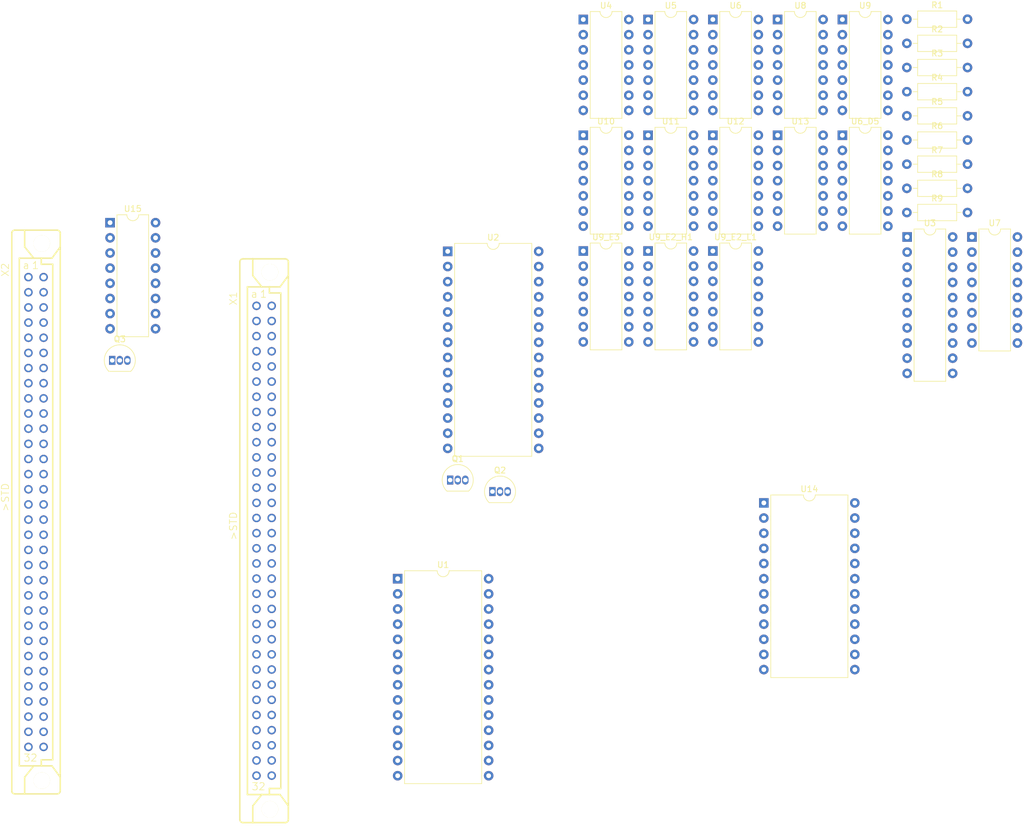
<source format=kicad_pcb>
(kicad_pcb (version 20221018) (generator pcbnew)

  (general
    (thickness 1.6)
  )

  (paper "A4")
  (layers
    (0 "F.Cu" signal)
    (31 "B.Cu" signal)
    (32 "B.Adhes" user "B.Adhesive")
    (33 "F.Adhes" user "F.Adhesive")
    (34 "B.Paste" user)
    (35 "F.Paste" user)
    (36 "B.SilkS" user "B.Silkscreen")
    (37 "F.SilkS" user "F.Silkscreen")
    (38 "B.Mask" user)
    (39 "F.Mask" user)
    (40 "Dwgs.User" user "User.Drawings")
    (41 "Cmts.User" user "User.Comments")
    (42 "Eco1.User" user "User.Eco1")
    (43 "Eco2.User" user "User.Eco2")
    (44 "Edge.Cuts" user)
    (45 "Margin" user)
    (46 "B.CrtYd" user "B.Courtyard")
    (47 "F.CrtYd" user "F.Courtyard")
    (48 "B.Fab" user)
    (49 "F.Fab" user)
    (50 "User.1" user)
    (51 "User.2" user)
    (52 "User.3" user)
    (53 "User.4" user)
    (54 "User.5" user)
    (55 "User.6" user)
    (56 "User.7" user)
    (57 "User.8" user)
    (58 "User.9" user)
  )

  (setup
    (pad_to_mask_clearance 0)
    (pcbplotparams
      (layerselection 0x00010fc_ffffffff)
      (plot_on_all_layers_selection 0x0000000_00000000)
      (disableapertmacros false)
      (usegerberextensions false)
      (usegerberattributes true)
      (usegerberadvancedattributes true)
      (creategerberjobfile true)
      (dashed_line_dash_ratio 12.000000)
      (dashed_line_gap_ratio 3.000000)
      (svgprecision 4)
      (plotframeref false)
      (viasonmask false)
      (mode 1)
      (useauxorigin false)
      (hpglpennumber 1)
      (hpglpenspeed 20)
      (hpglpendiameter 15.000000)
      (dxfpolygonmode true)
      (dxfimperialunits true)
      (dxfusepcbnewfont true)
      (psnegative false)
      (psa4output false)
      (plotreference true)
      (plotvalue true)
      (plotinvisibletext false)
      (sketchpadsonfab false)
      (subtractmaskfromsilk false)
      (outputformat 1)
      (mirror false)
      (drillshape 1)
      (scaleselection 1)
      (outputdirectory "")
    )
  )

  (net 0 "")
  (net 1 "VCC")
  (net 2 "/A12_128")
  (net 3 "/A7")
  (net 4 "/A6")
  (net 5 "/A5")
  (net 6 "/A4")
  (net 7 "/A3")
  (net 8 "/A2")
  (net 9 "/A1")
  (net 10 "/A0")
  (net 11 "/D4_D0-128_D4-64")
  (net 12 "/D1_D1-128_D7-64")
  (net 13 "/D2_D2-128_D5-64")
  (net 14 "unconnected-(U1-GND-Pad14)")
  (net 15 "/D5_D3-128_D1-64")
  (net 16 "/D6_D4-128_D6-64")
  (net 17 "/D3_D5-128_D3-64")
  (net 18 "/D0_D6-128_D0-64")
  (net 19 "/D7_D7-128_D2-64")
  (net 20 "/CE_128")
  (net 21 "/A10")
  (net 22 "/A11")
  (net 23 "/A9")
  (net 24 "/A8")
  (net 25 "/A13_128")
  (net 26 "unconnected-(U1-VCC-Pad28)")
  (net 27 "unconnected-(U2-GND-Pad14)")
  (net 28 "/CE_64")
  (net 29 "unconnected-(U2-NC-Pad26)")
  (net 30 "unconnected-(U2-VCC-Pad28)")
  (net 31 "unconnected-(U14-GND-Pad12)")
  (net 32 "/SRAM_OE")
  (net 33 "/SRAM_CE")
  (net 34 "/SRAM_WE")
  (net 35 "unconnected-(U14-VCC-Pad24)")
  (net 36 "unconnected-(X1--12V-PadA1)")
  (net 37 "unconnected-(X1-~{RESIN}-PadA3)")
  (net 38 "unconnected-(X1-GND-PadA4)")
  (net 39 "/D7")
  (net 40 "/D6")
  (net 41 "/D5")
  (net 42 "/D4")
  (net 43 "/D3")
  (net 44 "/D2")
  (net 45 "/D1")
  (net 46 "/D0")
  (net 47 "unconnected-(X1-NC-PadA14)")
  (net 48 "unconnected-(X1-~{RST}-PadA15)")
  (net 49 "unconnected-(X1-~{STATUS}-PadA16)")
  (net 50 "unconnected-(X1-~{INP}-PadA17)")
  (net 51 "unconnected-(X1-~{C4}-PadA18)")
  (net 52 "unconnected-(X1-~{C3}-PadA19)")
  (net 53 "unconnected-(X1-~{C2}-PadA20)")
  (net 54 "unconnected-(X1-~{C1}-PadA21)")
  (net 55 "unconnected-(X1-~{OUT}-PadA22)")
  (net 56 "unconnected-(X1-~{CS}-PadA23)")
  (net 57 "unconnected-(X1-GND-PadA24)")
  (net 58 "unconnected-(X1-GND-PadA25)")
  (net 59 "unconnected-(X1-GND-PadA26)")
  (net 60 "unconnected-(X1-GND-PadA27)")
  (net 61 "unconnected-(X1-GND-PadA28)")
  (net 62 "unconnected-(X1-GND-PadA29)")
  (net 63 "unconnected-(X1-READY-PadA30)")
  (net 64 "unconnected-(X1-+5V-PadA31)")
  (net 65 "unconnected-(X1-+12V-PadA32)")
  (net 66 "unconnected-(X1--12V-PadB1)")
  (net 67 "unconnected-(X1-0V-PadB2)")
  (net 68 "unconnected-(X1-GND-PadB3)")
  (net 69 "/xmemfl")
  (net 70 "unconnected-(X1-GND-PadB6)")
  (net 71 "unconnected-(X1-GND-PadB7)")
  (net 72 "unconnected-(X1-GND-PadB8)")
  (net 73 "unconnected-(X1-GND-PadB9)")
  (net 74 "unconnected-(X1-GND-PadB10)")
  (net 75 "unconnected-(X1-GND-PadB11)")
  (net 76 "unconnected-(X1-GND-PadB12)")
  (net 77 "unconnected-(X1-~{INT}-PadB13)")
  (net 78 "/A15")
  (net 79 "/A14")
  (net 80 "/A13")
  (net 81 "/A12")
  (net 82 "unconnected-(X1-NC-PadB30)")
  (net 83 "unconnected-(X1-+5V-PadB31)")
  (net 84 "unconnected-(X1-+12V-PadB32)")
  (net 85 "Net-(Q1-C)")
  (net 86 "Net-(Q1-B)")
  (net 87 "GND")
  (net 88 "Net-(Q2-C)")
  (net 89 "Net-(Q2-B)")
  (net 90 "Net-(Q3-B)")
  (net 91 "/0V")
  (net 92 "/OE_EPROM")
  (net 93 "/PROM_A6")
  (net 94 "unconnected-(U15-GND-Pad8)")
  (net 95 "/PROM_Q4")
  (net 96 "/NOR_IN_11_2")
  (net 97 "/PROM_Q2")
  (net 98 "/PROM_Q1")
  (net 99 "unconnected-(U15-VCC-Pad16)")
  (net 100 "/CLK")
  (net 101 "unconnected-(X2--12V-PadA1)")
  (net 102 "unconnected-(X2-~{RESIN}-PadA3)")
  (net 103 "unconnected-(X2-GND-PadA4)")
  (net 104 "unconnected-(X2-NC-PadA14)")
  (net 105 "unconnected-(X2-~{RST}-PadA15)")
  (net 106 "unconnected-(X2-~{STATUS}-PadA16)")
  (net 107 "unconnected-(X2-~{INP}-PadA17)")
  (net 108 "unconnected-(X2-~{C4}-PadA18)")
  (net 109 "unconnected-(X2-~{C3}-PadA19)")
  (net 110 "unconnected-(X2-~{C2}-PadA20)")
  (net 111 "unconnected-(X2-~{C1}-PadA21)")
  (net 112 "unconnected-(X2-~{OUT}-PadA22)")
  (net 113 "unconnected-(X2-~{CS}-PadA23)")
  (net 114 "unconnected-(X2-GND-PadA24)")
  (net 115 "unconnected-(X2-GND-PadA25)")
  (net 116 "unconnected-(X2-GND-PadA26)")
  (net 117 "unconnected-(X2-GND-PadA27)")
  (net 118 "unconnected-(X2-GND-PadA28)")
  (net 119 "unconnected-(X2-GND-PadA29)")
  (net 120 "unconnected-(X2-READY-PadA30)")
  (net 121 "unconnected-(X2-+5V-PadA31)")
  (net 122 "unconnected-(X2-+12V-PadA32)")
  (net 123 "unconnected-(X2--12V-PadB1)")
  (net 124 "unconnected-(X2-0V-PadB2)")
  (net 125 "unconnected-(X2-GND-PadB3)")
  (net 126 "/xmemfl_OUT")
  (net 127 "unconnected-(X2-GND-PadB6)")
  (net 128 "unconnected-(X2-GND-PadB7)")
  (net 129 "unconnected-(X2-GND-PadB8)")
  (net 130 "unconnected-(X2-GND-PadB9)")
  (net 131 "unconnected-(X2-GND-PadB10)")
  (net 132 "unconnected-(X2-GND-PadB11)")
  (net 133 "unconnected-(X2-GND-PadB12)")
  (net 134 "unconnected-(X2-~{INT}-PadB13)")
  (net 135 "unconnected-(X2-NC-PadB30)")
  (net 136 "unconnected-(X2-+5V-PadB31)")
  (net 137 "unconnected-(X2-+12V-PadB32)")
  (net 138 "Net-(R1-Pad2)")
  (net 139 "Net-(D1-A)")
  (net 140 "Net-(BT1-+)")
  (net 141 "Net-(U9_E2_L1B-~{Q})")
  (net 142 "Net-(U9_E2_L1B-Q)")
  (net 143 "Net-(C1-Pad1)")
  (net 144 "/OUT_DIR")
  (net 145 "unconnected-(U3-GND-Pad10)")
  (net 146 "unconnected-(U3-VCC-Pad20)")
  (net 147 "/NOR OUT2")
  (net 148 "Net-(U5A-Q2)")
  (net 149 "Net-(U5A-Q1)")
  (net 150 "unconnected-(U4E-GND-Pad7)")
  (net 151 "Net-(U5A-Q3)")
  (net 152 "Net-(U5B-Q0)")
  (net 153 "unconnected-(U4E-VCC-Pad14)")
  (net 154 "Net-(U5A-MR)")
  (net 155 "unconnected-(U5A-Q0-Pad3)")
  (net 156 "unconnected-(U5C-GND-Pad7)")
  (net 157 "unconnected-(U5B-Q3-Pad8)")
  (net 158 "unconnected-(U5B-Q2-Pad9)")
  (net 159 "unconnected-(U5B-Q1-Pad10)")
  (net 160 "Net-(U5B-MR)")
  (net 161 "unconnected-(U5C-VCC-Pad14)")
  (net 162 "unconnected-(U6C-GND-Pad7)")
  (net 163 "unconnected-(U6C-VCC-Pad14)")
  (net 164 "Net-(U6_D5A-~{S})")
  (net 165 "/NOR_IN_10_2")
  (net 166 "unconnected-(U6_D5A-~{Q}-Pad6)")
  (net 167 "unconnected-(U6_D5B-~{Q}-Pad8)")
  (net 168 "/NOR_IN_9_2")
  (net 169 "unconnected-(U7-Q3a-Pad4)")
  (net 170 "/2-4_2")
  (net 171 "unconnected-(U7-GND-Pad8)")
  (net 172 "unconnected-(U7-Q0b-Pad9)")
  (net 173 "unconnected-(U7-Q1b-Pad10)")
  (net 174 "unconnected-(U7-Q2b-Pad11)")
  (net 175 "/BANK_SEL")
  (net 176 "unconnected-(U7-VCC-Pad16)")
  (net 177 "unconnected-(U8C-GND-Pad7)")
  (net 178 "unconnected-(U8C-VCC-Pad14)")
  (net 179 "/NOR OUT 1")
  (net 180 "unconnected-(U9C-GND-Pad7)")
  (net 181 "/NOR_IN_12_1")
  (net 182 "unconnected-(U9C-VCC-Pad14)")
  (net 183 "unconnected-(U9_E2_H1A-~{S}-Pad4)")
  (net 184 "unconnected-(U9_E2_H1A-~{Q}-Pad6)")
  (net 185 "unconnected-(U9_E2_H1C-GND-Pad7)")
  (net 186 "unconnected-(U9_E2_H1B-~{Q}-Pad8)")
  (net 187 "unconnected-(U9_E2_H1B-Q-Pad9)")
  (net 188 "unconnected-(U9_E2_H1B-~{S}-Pad10)")
  (net 189 "unconnected-(U9_E2_H1B-C-Pad11)")
  (net 190 "unconnected-(U9_E2_H1B-D-Pad12)")
  (net 191 "unconnected-(U9_E2_H1B-~{R}-Pad13)")
  (net 192 "unconnected-(U9_E2_H1C-VCC-Pad14)")
  (net 193 "unconnected-(U9_E2_L1A-~{Q}-Pad6)")
  (net 194 "unconnected-(U9_E2_L1C-GND-Pad7)")
  (net 195 "Net-(U9_E2_L1B-~{S})")
  (net 196 "Net-(U9_E2_L1B-C)")
  (net 197 "unconnected-(U9_E2_L1C-VCC-Pad14)")
  (net 198 "Net-(U9_E3A-~{Q})")
  (net 199 "unconnected-(U9_E3C-GND-Pad7)")
  (net 200 "Net-(U9_E3B-~{S})")
  (net 201 "unconnected-(U9_E3C-VCC-Pad14)")
  (net 202 "Net-(U10-Pad3)")
  (net 203 "unconnected-(U10E-GND-Pad7)")
  (net 204 "unconnected-(U10E-VCC-Pad14)")
  (net 205 "unconnected-(U11E-GND-Pad7)")
  (net 206 "Net-(U11-Pad8)")
  (net 207 "unconnected-(U11E-VCC-Pad14)")
  (net 208 "unconnected-(U12-Pad3)")
  (net 209 "unconnected-(U12E-GND-Pad7)")
  (net 210 "unconnected-(U12-Pad11)")
  (net 211 "unconnected-(U12-Pad12)")
  (net 212 "unconnected-(U12-Pad13)")
  (net 213 "unconnected-(U12E-VCC-Pad14)")
  (net 214 "unconnected-(U13-Pad6)")
  (net 215 "unconnected-(U13E-GND-Pad7)")
  (net 216 "unconnected-(U13-Pad8)")

  (footprint "Package_TO_SOT_THT:TO-92_Inline" (layer "F.Cu") (at 113.157 92.329))

  (footprint "Package_DIP:DIP-14_W7.62mm" (layer "F.Cu") (at 160.926 32.607))

  (footprint "Package_DIP:DIP-14_W7.62mm" (layer "F.Cu") (at 171.776 32.607))

  (footprint "Package_DIP:DIP-14_W7.62mm" (layer "F.Cu") (at 171.776 13.207))

  (footprint "smartaidmagnum:FAB64B" (layer "F.Cu") (at 74.9102 100.5676))

  (footprint "Package_DIP:DIP-14_W7.62mm" (layer "F.Cu") (at 150.076 13.207))

  (footprint "Resistor_THT:R_Axial_DIN0207_L6.3mm_D2.5mm_P10.16mm_Horizontal" (layer "F.Cu") (at 182.576 25.307))

  (footprint "Resistor_THT:R_Axial_DIN0207_L6.3mm_D2.5mm_P10.16mm_Horizontal" (layer "F.Cu") (at 182.576 21.257))

  (footprint "Package_DIP:DIP-16_W7.62mm" (layer "F.Cu") (at 49.1068 47.2604))

  (footprint "Resistor_THT:R_Axial_DIN0207_L6.3mm_D2.5mm_P10.16mm_Horizontal" (layer "F.Cu") (at 182.576 45.557))

  (footprint "Package_DIP:DIP-28_W15.24mm" (layer "F.Cu") (at 97.282 106.934))

  (footprint "Resistor_THT:R_Axial_DIN0207_L6.3mm_D2.5mm_P10.16mm_Horizontal" (layer "F.Cu") (at 182.576 33.407))

  (footprint "Package_DIP:DIP-14_W7.62mm" (layer "F.Cu") (at 128.376 13.207))

  (footprint "Package_TO_SOT_THT:TO-92_Inline" (layer "F.Cu") (at 106.074 90.4))

  (footprint "Resistor_THT:R_Axial_DIN0207_L6.3mm_D2.5mm_P10.16mm_Horizontal" (layer "F.Cu") (at 182.576 37.457))

  (footprint "Package_DIP:DIP-24_W15.24mm" (layer "F.Cu") (at 158.618 94.229))

  (footprint "Package_TO_SOT_THT:TO-92_Inline" (layer "F.Cu") (at 49.4668 70.3404))

  (footprint "Package_DIP:DIP-14_W7.62mm" (layer "F.Cu") (at 128.376 52.007))

  (footprint "Package_DIP:DIP-14_W7.62mm" (layer "F.Cu") (at 150.076 32.607))

  (footprint "Package_DIP:DIP-14_W7.62mm" (layer "F.Cu") (at 128.376 32.607))

  (footprint "Package_DIP:DIP-14_W7.62mm" (layer "F.Cu") (at 160.926 13.207))

  (footprint "Resistor_THT:R_Axial_DIN0207_L6.3mm_D2.5mm_P10.16mm_Horizontal" (layer "F.Cu") (at 182.576 13.157))

  (footprint "Package_DIP:DIP-28_W15.24mm" (layer "F.Cu") (at 105.664 52.07))

  (footprint "Package_DIP:DIP-16_W7.62mm" (layer "F.Cu") (at 193.476 49.657))

  (footprint "Resistor_THT:R_Axial_DIN0207_L6.3mm_D2.5mm_P10.16mm_Horizontal" (layer "F.Cu") (at 182.576 41.507))

  (footprint "Package_DIP:DIP-20_W7.62mm" (layer "F.Cu") (at 182.626 49.657))

  (footprint "Resistor_THT:R_Axial_DIN0207_L6.3mm_D2.5mm_P10.16mm_Horizontal" (layer "F.Cu")
    (tstamp d71c8e5b-b922-4ae2-ac47-ab65ec2c5b56)
    (at 182.576 17.207)
    (descr "Resistor, Axial_DIN0207 series, Axial, Horizontal, pin pitch=10.16mm, 0.25W = 1/4W, length*diameter=6.3*2.5mm^2, http://cdn-reichelt.de/documents/datenblatt/B400/1_4W%23YAG.pdf")
    (tags "Resistor Axial_DIN0207 series Axial Horizontal pin pitch 10.16mm 0.25W = 1/4W length 6.3mm diameter 2.5mm")
    (property "Sheetfile" "smartaidmagnum.kicad_sch")
    (property "Sheetname" "")
    (property "ki_description" "Resistor, small symbol")
    (property "ki_keywords" "R resistor")
    (path "/5b3729b0-9f45-4ae1-9a0b-af3f45177059")
    (attr through_hole)
    (fp_text reference "R2" (at 5.08 -2.37) (layer "F.SilkS")
        (effects (font (size 1 1) (thickness 0.15)))
      (tstamp 0ac97d74-7afd-4a6b-9bca-47521a0801eb)
    )
    (fp_text value "220k" (at 5.08 2.37) (layer "F.Fab")
        (effects (font (size 1 1) (thickness 0.15)))
      (tstamp 362c4f0c-df0e-4043-90fe-68db10647266)
    )
    (fp_text user "${REFERENCE}" (at 5.08 0) (layer "F.Fab")
        (effects (font (size 1 1) (thickness 0.15)))
      (tstamp 2981b92d-1e55-4904-98cd-13f1bc0e38c6)
    )
    (fp_line (start 1.04 0) (end 1.81 0)
      (stroke (width 0.12) (type solid)) (layer "F.SilkS") (tstamp 262a8f26-3987-4d94-b727-ec666c32307f))
    (fp_line (start 1.81 -1.37) (end 1.81 1.37)
      (stroke (width 0.12) (type solid)) (layer "F.SilkS") (tstamp 06c03880-f163-4b78-817f-622d7da7c382))
    (fp_line (start 1.81 1.37) (end 8.35 1.37)
      (stroke (width 0.12) (type solid)) (layer "F.SilkS") (tstamp c985b706-0efe-4a7d-abdd-98f071c9d447))
    (fp_line (start 8.35 -1.37) (end 1.81 -1.37)
      (stroke (width 0.12) (type solid)) (layer "F.SilkS") (tstamp 095802f2-0ea8-43be-8b1d-89655873e5ae))
    (fp_line (start 8.35 1.37) (end 8.35 -1.37)
      (stroke (width 0.12) (type solid)) (layer "F.SilkS") (tstamp e564ff22-77ba-41f0-9b20-82c7e458ee04))
    (fp_line (start 9.12 0) (end 8.35 0)
      (stroke (width 0.12) (type solid)) (layer "F.SilkS") (tstamp 3e9aa6c1-7c51-4afc-b9ed-a78929281455))
    (fp_line (start -1.05 -1.5) (end -1.05 1.5)
      (stroke (width 0.05) (type solid)) (layer "F.CrtYd") (tstamp f760bf88-35c2-4ce9-a3b4-018aa6775e6c))
    (fp_line (start -1.05 1.5) (end 11.21 1.5)
      (stroke (width 0.05) (type solid)) (layer "F.CrtYd") (tstamp a0e207e3-d183-4266-bc11-004477f532ec))
    (fp_line (start 11.21 -1.5) (end -1.05 -1.5)
      (stroke (width 0.05) (type solid)) (layer "F.CrtYd") (tstamp c1c47d1e-9919-4d71-ab3a-368847e85cde))
    (fp_line (start 11.21 1.5) (end 11.21 -1.5)
      (stroke (width 0.05) (type solid)) (layer "F.CrtYd") (tstamp 43d13fc3-9b29-48ab-b2f3-93421c3d8d48))
    (fp_line (start 0 0) (end 1.93 0)
      (stroke (width 0.1) (type solid)) (layer "F.Fab") (tstamp 643cda81-627a-4a78-a85f-626e80329f5f))
    (fp_line (start 1.93 -1.25) (end 1.93 1.25)
      (stroke (width 0.1) (type solid)) (layer "F.Fab") (tstamp 7360249a-b4f6-44cb-9389-e83e8a97331d))
    (fp_line (start 1.93 1.25) (end 8.23 1.25)
      (stroke (width 0.1) (type solid)) (layer "F.Fab") (tstamp 50754dd4-dcb7-4245-8244-63cdff8b0774))
    (fp_line (sta
... [73738 chars truncated]
</source>
